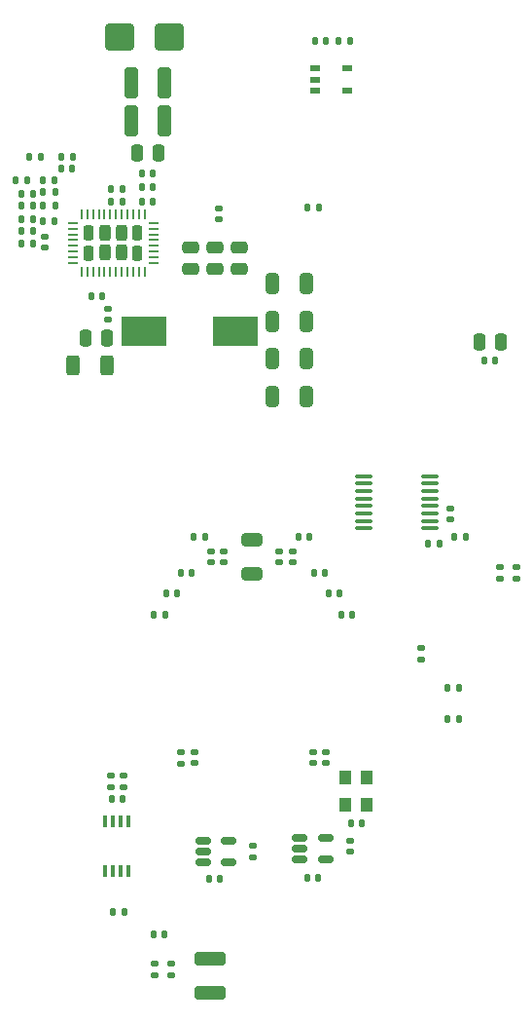
<source format=gbr>
%TF.GenerationSoftware,KiCad,Pcbnew,8.0.1*%
%TF.CreationDate,2024-09-06T16:13:18+08:00*%
%TF.ProjectId,bitaxeGamma,62697461-7865-4476-916d-6d612e6b6963,rev?*%
%TF.SameCoordinates,Original*%
%TF.FileFunction,Paste,Top*%
%TF.FilePolarity,Positive*%
%FSLAX46Y46*%
G04 Gerber Fmt 4.6, Leading zero omitted, Abs format (unit mm)*
G04 Created by KiCad (PCBNEW 8.0.1) date 2024-09-06 16:13:18*
%MOMM*%
%LPD*%
G01*
G04 APERTURE LIST*
G04 Aperture macros list*
%AMRoundRect*
0 Rectangle with rounded corners*
0 $1 Rounding radius*
0 $2 $3 $4 $5 $6 $7 $8 $9 X,Y pos of 4 corners*
0 Add a 4 corners polygon primitive as box body*
4,1,4,$2,$3,$4,$5,$6,$7,$8,$9,$2,$3,0*
0 Add four circle primitives for the rounded corners*
1,1,$1+$1,$2,$3*
1,1,$1+$1,$4,$5*
1,1,$1+$1,$6,$7*
1,1,$1+$1,$8,$9*
0 Add four rect primitives between the rounded corners*
20,1,$1+$1,$2,$3,$4,$5,0*
20,1,$1+$1,$4,$5,$6,$7,0*
20,1,$1+$1,$6,$7,$8,$9,0*
20,1,$1+$1,$8,$9,$2,$3,0*%
G04 Aperture macros list end*
%ADD10RoundRect,0.250000X-0.325000X-0.650000X0.325000X-0.650000X0.325000X0.650000X-0.325000X0.650000X0*%
%ADD11RoundRect,0.250000X0.475000X-0.250000X0.475000X0.250000X-0.475000X0.250000X-0.475000X-0.250000X0*%
%ADD12RoundRect,0.135000X0.135000X0.185000X-0.135000X0.185000X-0.135000X-0.185000X0.135000X-0.185000X0*%
%ADD13RoundRect,0.250000X-1.100000X0.325000X-1.100000X-0.325000X1.100000X-0.325000X1.100000X0.325000X0*%
%ADD14RoundRect,0.140000X-0.140000X-0.170000X0.140000X-0.170000X0.140000X0.170000X-0.140000X0.170000X0*%
%ADD15RoundRect,0.140000X0.140000X0.170000X-0.140000X0.170000X-0.140000X-0.170000X0.140000X-0.170000X0*%
%ADD16RoundRect,0.140000X0.170000X-0.140000X0.170000X0.140000X-0.170000X0.140000X-0.170000X-0.140000X0*%
%ADD17RoundRect,0.140000X-0.170000X0.140000X-0.170000X-0.140000X0.170000X-0.140000X0.170000X0.140000X0*%
%ADD18RoundRect,0.135000X-0.185000X0.135000X-0.185000X-0.135000X0.185000X-0.135000X0.185000X0.135000X0*%
%ADD19RoundRect,0.250000X0.312500X0.625000X-0.312500X0.625000X-0.312500X-0.625000X0.312500X-0.625000X0*%
%ADD20RoundRect,0.150000X-0.512500X-0.150000X0.512500X-0.150000X0.512500X0.150000X-0.512500X0.150000X0*%
%ADD21RoundRect,0.135000X-0.135000X-0.185000X0.135000X-0.185000X0.135000X0.185000X-0.135000X0.185000X0*%
%ADD22RoundRect,0.250000X-0.250000X-0.475000X0.250000X-0.475000X0.250000X0.475000X-0.250000X0.475000X0*%
%ADD23RoundRect,0.250000X-0.325000X-1.100000X0.325000X-1.100000X0.325000X1.100000X-0.325000X1.100000X0*%
%ADD24R,1.100000X1.300000*%
%ADD25RoundRect,0.250000X-0.650000X0.325000X-0.650000X-0.325000X0.650000X-0.325000X0.650000X0.325000X0*%
%ADD26RoundRect,0.135000X0.185000X-0.135000X0.185000X0.135000X-0.185000X0.135000X-0.185000X-0.135000X0*%
%ADD27R,0.400000X1.100000*%
%ADD28RoundRect,0.250000X-1.000000X-0.900000X1.000000X-0.900000X1.000000X0.900000X-1.000000X0.900000X0*%
%ADD29RoundRect,0.100000X-0.637500X-0.100000X0.637500X-0.100000X0.637500X0.100000X-0.637500X0.100000X0*%
%ADD30R,4.000000X2.600000*%
%ADD31RoundRect,0.220588X0.229412X-0.429412X0.229412X0.429412X-0.229412X0.429412X-0.229412X-0.429412X0*%
%ADD32RoundRect,0.232843X0.242157X-0.467157X0.242157X0.467157X-0.242157X0.467157X-0.242157X-0.467157X0*%
%ADD33RoundRect,0.062500X0.062500X-0.337500X0.062500X0.337500X-0.062500X0.337500X-0.062500X-0.337500X0*%
%ADD34RoundRect,0.062500X0.337500X-0.062500X0.337500X0.062500X-0.337500X0.062500X-0.337500X-0.062500X0*%
%ADD35R,0.952500X0.558800*%
G04 APERTURE END LIST*
D10*
%TO.C,C20*%
X107435000Y-81120000D03*
X110385000Y-81120000D03*
%TD*%
D11*
%TO.C,C15*%
X100360000Y-79860000D03*
X100360000Y-77960000D03*
%TD*%
D12*
%TO.C,R21*%
X122010000Y-103710000D03*
X120990000Y-103710000D03*
%TD*%
D13*
%TO.C,C51*%
X102045000Y-139815000D03*
X102045000Y-142765000D03*
%TD*%
D14*
%TO.C,C9*%
X96090000Y-72760000D03*
X97050000Y-72760000D03*
%TD*%
D15*
%TO.C,C41*%
X101570000Y-103154000D03*
X100610000Y-103154000D03*
%TD*%
D16*
%TO.C,C42*%
X100655438Y-122810000D03*
X100655438Y-121850000D03*
%TD*%
D17*
%TO.C,C40*%
X108072400Y-104360000D03*
X108072400Y-105320000D03*
%TD*%
D18*
%TO.C,R23*%
X94520000Y-123850000D03*
X94520000Y-124870000D03*
%TD*%
D15*
%TO.C,C46*%
X99161000Y-108024000D03*
X98201000Y-108024000D03*
%TD*%
D17*
%TO.C,C39*%
X102110000Y-104360000D03*
X102110000Y-105320000D03*
%TD*%
D19*
%TO.C,R12*%
X93012500Y-88210000D03*
X90087500Y-88210000D03*
%TD*%
D17*
%TO.C,C13*%
X87630000Y-77010000D03*
X87630000Y-77970000D03*
%TD*%
D11*
%TO.C,C14*%
X104580000Y-79880000D03*
X104580000Y-77980000D03*
%TD*%
D20*
%TO.C,U6*%
X101392500Y-129520000D03*
X101392500Y-130470000D03*
X101392500Y-131420000D03*
X103667500Y-131420000D03*
X103667500Y-129520000D03*
%TD*%
D21*
%TO.C,R1*%
X85590000Y-75500000D03*
X86610000Y-75500000D03*
%TD*%
D12*
%TO.C,R8*%
X90070000Y-70100000D03*
X89050000Y-70100000D03*
%TD*%
%TO.C,R11*%
X94390000Y-72930000D03*
X93370000Y-72930000D03*
%TD*%
D10*
%TO.C,C18*%
X107435000Y-87660000D03*
X110385000Y-87660000D03*
%TD*%
D22*
%TO.C,C24*%
X125440000Y-86180000D03*
X127340000Y-86180000D03*
%TD*%
D11*
%TO.C,C16*%
X102480000Y-79860000D03*
X102480000Y-77960000D03*
%TD*%
D16*
%TO.C,C45*%
X99525438Y-122820000D03*
X99525438Y-121860000D03*
%TD*%
D17*
%TO.C,C10*%
X102750000Y-74560000D03*
X102750000Y-75520000D03*
%TD*%
D21*
%TO.C,R2*%
X85110000Y-72100000D03*
X86130000Y-72100000D03*
%TD*%
D16*
%TO.C,C35*%
X112140000Y-122790000D03*
X112140000Y-121830000D03*
%TD*%
D23*
%TO.C,C4*%
X95125000Y-66950000D03*
X98075000Y-66950000D03*
%TD*%
D14*
%TO.C,C6*%
X96090000Y-74000000D03*
X97050000Y-74000000D03*
%TD*%
%TO.C,C25*%
X125910000Y-87790000D03*
X126870000Y-87790000D03*
%TD*%
D24*
%TO.C,U7*%
X115680000Y-126370000D03*
X115680000Y-124070000D03*
X113780000Y-124070000D03*
X113780000Y-126370000D03*
%TD*%
D14*
%TO.C,C27*%
X101940000Y-132840000D03*
X102900000Y-132840000D03*
%TD*%
D12*
%TO.C,R7*%
X88520000Y-74320000D03*
X87500000Y-74320000D03*
%TD*%
D15*
%TO.C,C29*%
X115270000Y-128010000D03*
X114310000Y-128010000D03*
%TD*%
D17*
%TO.C,C12*%
X93100000Y-83280000D03*
X93100000Y-84240000D03*
%TD*%
D12*
%TO.C,R19*%
X123720000Y-118980000D03*
X122700000Y-118980000D03*
%TD*%
D25*
%TO.C,C43*%
X105670000Y-103375000D03*
X105670000Y-106325000D03*
%TD*%
D26*
%TO.C,R25*%
X98640000Y-141260000D03*
X98640000Y-140240000D03*
%TD*%
D17*
%TO.C,C22*%
X128670000Y-105770000D03*
X128670000Y-106730000D03*
%TD*%
D27*
%TO.C,U10*%
X94870000Y-127840000D03*
X94220000Y-127840000D03*
X93570000Y-127840000D03*
X92920000Y-127840000D03*
X92920000Y-132140000D03*
X93570000Y-132140000D03*
X94220000Y-132140000D03*
X94870000Y-132140000D03*
%TD*%
D15*
%TO.C,C8*%
X90040000Y-71130000D03*
X89080000Y-71130000D03*
%TD*%
D21*
%TO.C,R5*%
X87490000Y-75720000D03*
X88510000Y-75720000D03*
%TD*%
D12*
%TO.C,R6*%
X88510000Y-72100000D03*
X87490000Y-72100000D03*
%TD*%
D20*
%TO.C,U5*%
X109843500Y-129279000D03*
X109843500Y-130229000D03*
X109843500Y-131179000D03*
X112118500Y-131179000D03*
X112118500Y-129279000D03*
%TD*%
D17*
%TO.C,C49*%
X122930000Y-100640000D03*
X122930000Y-101600000D03*
%TD*%
D12*
%TO.C,R9*%
X94400000Y-73990000D03*
X93380000Y-73990000D03*
%TD*%
D17*
%TO.C,C38*%
X103240000Y-104360000D03*
X103240000Y-105320000D03*
%TD*%
D15*
%TO.C,C23*%
X114200000Y-60030000D03*
X113240000Y-60030000D03*
%TD*%
D10*
%TO.C,C19*%
X107435000Y-84400000D03*
X110385000Y-84400000D03*
%TD*%
D21*
%TO.C,R4*%
X85590000Y-73360000D03*
X86610000Y-73360000D03*
%TD*%
D28*
%TO.C,D1*%
X94170000Y-59690000D03*
X98470000Y-59690000D03*
%TD*%
D18*
%TO.C,R17*%
X120380000Y-112750000D03*
X120380000Y-113770000D03*
%TD*%
D14*
%TO.C,C7*%
X96110000Y-71540000D03*
X97070000Y-71540000D03*
%TD*%
D12*
%TO.C,R13*%
X86600000Y-77640000D03*
X85580000Y-77640000D03*
%TD*%
D17*
%TO.C,C53*%
X97200000Y-140250000D03*
X97200000Y-141210000D03*
%TD*%
D15*
%TO.C,C48*%
X98090000Y-109925000D03*
X97130000Y-109925000D03*
%TD*%
%TO.C,C28*%
X114410000Y-109860000D03*
X113450000Y-109860000D03*
%TD*%
D29*
%TO.C,U9*%
X115427500Y-97855000D03*
X115427500Y-98505000D03*
X115427500Y-99155000D03*
X115427500Y-99805000D03*
X115427500Y-100455000D03*
X115427500Y-101105000D03*
X115427500Y-101755000D03*
X115427500Y-102405000D03*
X121152500Y-102405000D03*
X121152500Y-101755000D03*
X121152500Y-101105000D03*
X121152500Y-100455000D03*
X121152500Y-99805000D03*
X121152500Y-99155000D03*
X121152500Y-98505000D03*
X121152500Y-97855000D03*
%TD*%
D21*
%TO.C,R24*%
X93560000Y-135710000D03*
X94580000Y-135710000D03*
%TD*%
D14*
%TO.C,C5*%
X86310000Y-70110000D03*
X87270000Y-70110000D03*
%TD*%
D15*
%TO.C,C34*%
X112010000Y-106266000D03*
X111050000Y-106266000D03*
%TD*%
D26*
%TO.C,R22*%
X93380000Y-124870000D03*
X93380000Y-123850000D03*
%TD*%
D30*
%TO.C,L1*%
X96295000Y-85255000D03*
X104245000Y-85255000D03*
%TD*%
D10*
%TO.C,C17*%
X107415000Y-90910000D03*
X110365000Y-90910000D03*
%TD*%
D14*
%TO.C,C26*%
X110481000Y-132739000D03*
X111441000Y-132739000D03*
%TD*%
D15*
%TO.C,C47*%
X124270000Y-103110000D03*
X123310000Y-103110000D03*
%TD*%
D16*
%TO.C,C33*%
X111000000Y-122790000D03*
X111000000Y-121830000D03*
%TD*%
D17*
%TO.C,C37*%
X109190000Y-104360000D03*
X109190000Y-105320000D03*
%TD*%
D15*
%TO.C,C1*%
X92650000Y-82220000D03*
X91690000Y-82220000D03*
%TD*%
D12*
%TO.C,R18*%
X123720000Y-116220000D03*
X122700000Y-116220000D03*
%TD*%
D15*
%TO.C,C36*%
X110695000Y-103146000D03*
X109735000Y-103146000D03*
%TD*%
D21*
%TO.C,R15*%
X110480000Y-74510000D03*
X111500000Y-74510000D03*
%TD*%
D31*
%TO.C,U2*%
X91480000Y-78490000D03*
X95680000Y-78490000D03*
D32*
X92880000Y-78440000D03*
X94280000Y-78440000D03*
X92880000Y-76740000D03*
X94280000Y-76740000D03*
D31*
X91480000Y-76690000D03*
X95680000Y-76690000D03*
D33*
X90830000Y-80090000D03*
X91330000Y-80090000D03*
X91830000Y-80090000D03*
X92330000Y-80090000D03*
X92830000Y-80090000D03*
X93330000Y-80090000D03*
X93830000Y-80090000D03*
X94330000Y-80090000D03*
X94830000Y-80090000D03*
X95330000Y-80090000D03*
X95830000Y-80090000D03*
X96330000Y-80090000D03*
D34*
X97080000Y-79340000D03*
X97080000Y-78840000D03*
X97080000Y-78340000D03*
X97080000Y-77840000D03*
X97080000Y-77340000D03*
X97080000Y-76840000D03*
X97080000Y-76340000D03*
X97080000Y-75840000D03*
D33*
X96330000Y-75090000D03*
X95830000Y-75090000D03*
X95330000Y-75090000D03*
X94830000Y-75090000D03*
X94330000Y-75090000D03*
X93830000Y-75090000D03*
X93330000Y-75090000D03*
X92830000Y-75090000D03*
X92330000Y-75090000D03*
X91830000Y-75090000D03*
X91330000Y-75090000D03*
X90830000Y-75090000D03*
D34*
X90080000Y-75840000D03*
X90080000Y-76340000D03*
X90080000Y-76840000D03*
X90080000Y-77340000D03*
X90080000Y-77840000D03*
X90080000Y-78340000D03*
X90080000Y-78840000D03*
X90080000Y-79340000D03*
%TD*%
D23*
%TO.C,C3*%
X95125000Y-63700000D03*
X98075000Y-63700000D03*
%TD*%
D21*
%TO.C,R3*%
X85590000Y-74330000D03*
X86610000Y-74330000D03*
%TD*%
D15*
%TO.C,C50*%
X94440000Y-125940000D03*
X93480000Y-125940000D03*
%TD*%
D12*
%TO.C,R10*%
X88520000Y-73170000D03*
X87500000Y-73170000D03*
%TD*%
D15*
%TO.C,C32*%
X113310000Y-108026000D03*
X112350000Y-108026000D03*
%TD*%
D26*
%TO.C,R16*%
X127240000Y-106770000D03*
X127240000Y-105750000D03*
%TD*%
D15*
%TO.C,C52*%
X98040000Y-137640000D03*
X97080000Y-137640000D03*
%TD*%
D22*
%TO.C,C11*%
X91190000Y-85860000D03*
X93090000Y-85860000D03*
%TD*%
D14*
%TO.C,C21*%
X111140000Y-60030000D03*
X112100000Y-60030000D03*
%TD*%
D21*
%TO.C,R14*%
X85580000Y-76570000D03*
X86600000Y-76570000D03*
%TD*%
D17*
%TO.C,C30*%
X114240000Y-129540000D03*
X114240000Y-130500000D03*
%TD*%
D22*
%TO.C,C2*%
X95650000Y-69750000D03*
X97550000Y-69750000D03*
%TD*%
D15*
%TO.C,C44*%
X100441000Y-106284000D03*
X99481000Y-106284000D03*
%TD*%
D35*
%TO.C,U3*%
X111185050Y-62440200D03*
X111185050Y-63380000D03*
X111185050Y-64319800D03*
X113940950Y-64319800D03*
X113940950Y-62440200D03*
%TD*%
D17*
%TO.C,C31*%
X105750000Y-129990000D03*
X105750000Y-130950000D03*
%TD*%
M02*

</source>
